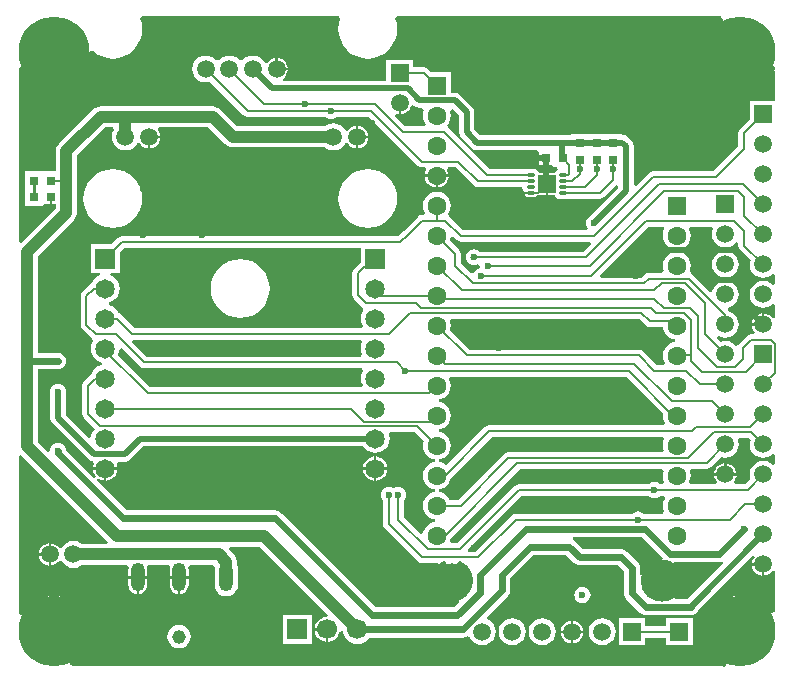
<source format=gtl>
G04 Layer_Physical_Order=1*
G04 Layer_Color=255*
%FSLAX25Y25*%
%MOIN*%
G70*
G01*
G75*
%ADD10C,0.01575*%
%ADD11R,0.02953X0.03150*%
%ADD12O,0.02756X0.01181*%
%ADD13R,0.05906X0.05906*%
%ADD14R,0.03150X0.02953*%
%ADD15C,0.03937*%
%ADD16C,0.00787*%
%ADD17C,0.00800*%
%ADD18C,0.02362*%
%ADD19C,0.01969*%
%ADD20C,0.01000*%
%ADD21C,0.11811*%
%ADD22C,0.06299*%
%ADD23R,0.06299X0.06299*%
%ADD24C,0.05906*%
%ADD25C,0.06500*%
%ADD26R,0.06500X0.06500*%
%ADD27R,0.05906X0.05906*%
%ADD28O,0.04724X0.09449*%
%ADD29C,0.04528*%
%ADD30C,0.23622*%
%ADD31C,0.06693*%
%ADD32R,0.06693X0.06693*%
%ADD33C,0.02362*%
G36*
X236065Y217754D02*
X234698Y216917D01*
X233190Y215629D01*
X231902Y214121D01*
X230866Y212430D01*
X230107Y210598D01*
X229644Y208670D01*
X229520Y207087D01*
X242126D01*
Y206693D01*
X242520D01*
Y194087D01*
X244103Y194211D01*
X246031Y194674D01*
X247863Y195433D01*
X249554Y196469D01*
X251062Y197757D01*
X252350Y199265D01*
X253187Y200631D01*
X253975Y200409D01*
Y190279D01*
X245547D01*
Y184105D01*
X242336Y180893D01*
X241917Y180266D01*
X241770Y179528D01*
Y175209D01*
X233452Y166891D01*
X213386D01*
X212647Y166744D01*
X212020Y166326D01*
X207591Y161897D01*
X206864Y162198D01*
Y175197D01*
X206671Y176166D01*
X206122Y176988D01*
X204842Y178267D01*
X204021Y178816D01*
X203075Y179005D01*
Y179453D01*
X185902D01*
Y179009D01*
X176617D01*
X176063Y179082D01*
X175509Y179009D01*
X155675D01*
X153714Y180970D01*
Y186614D01*
X153521Y187583D01*
X152972Y188405D01*
X149035Y192342D01*
X148213Y192891D01*
X147244Y193084D01*
X145870D01*
Y200098D01*
X139311D01*
X138433Y200976D01*
X137804Y201396D01*
X137063Y201543D01*
X133350D01*
Y204059D01*
X124445D01*
Y197021D01*
X90014D01*
X89854Y197355D01*
X89800Y197809D01*
X90463Y198317D01*
X91062Y199098D01*
X91439Y200008D01*
X91516Y200590D01*
X87795D01*
Y200984D01*
X87401D01*
Y204705D01*
X86819Y204628D01*
X85909Y204251D01*
X85128Y203652D01*
X84712Y203111D01*
X83848Y203141D01*
X83811Y203230D01*
X83097Y204160D01*
X82167Y204874D01*
X81084Y205322D01*
X79921Y205475D01*
X78759Y205322D01*
X77676Y204874D01*
X76745Y204160D01*
X76481Y203815D01*
X75488D01*
X75223Y204160D01*
X74293Y204874D01*
X73210Y205322D01*
X72047Y205475D01*
X70885Y205322D01*
X69802Y204874D01*
X68871Y204160D01*
X68607Y203815D01*
X67614Y203815D01*
X67349Y204160D01*
X66419Y204874D01*
X65336Y205322D01*
X64173Y205475D01*
X63011Y205322D01*
X61928Y204874D01*
X60997Y204160D01*
X60284Y203230D01*
X59835Y202147D01*
X59682Y200984D01*
X59835Y199822D01*
X60284Y198739D01*
X60997Y197809D01*
X61928Y197095D01*
X63011Y196646D01*
X64173Y196493D01*
X65336Y196646D01*
X65650Y196776D01*
X76784Y185643D01*
X77411Y185224D01*
X78150Y185077D01*
X104018D01*
X104553Y184666D01*
X105206Y184396D01*
X105905Y184304D01*
X106605Y184396D01*
X107258Y184666D01*
X107793Y185077D01*
X118492D01*
X134855Y168713D01*
X135482Y168295D01*
X136221Y168148D01*
X137439D01*
X137541Y167940D01*
X137751Y167360D01*
X137385Y166477D01*
X137301Y165843D01*
X141220D01*
X145140D01*
X145056Y166477D01*
X144690Y167360D01*
X144899Y167940D01*
X145002Y168148D01*
X147625D01*
X153556Y162217D01*
X154182Y161799D01*
X154921Y161652D01*
X169688D01*
X169719Y161614D01*
X169881Y160799D01*
X170343Y160107D01*
X170515Y159993D01*
X170446Y159646D01*
X170552Y159108D01*
X170857Y158652D01*
X171313Y158348D01*
X171850Y158241D01*
X173425D01*
X173963Y158348D01*
X174419Y158652D01*
X174556Y158858D01*
X177559D01*
Y162598D01*
Y166339D01*
X175400D01*
X175394Y166367D01*
X174932Y167058D01*
X174241Y167520D01*
X173425Y167683D01*
X171850D01*
X171035Y167520D01*
X170977Y167482D01*
X158871D01*
X145066Y181287D01*
X144885Y181407D01*
X144805Y181574D01*
X144733Y182388D01*
X145282Y183104D01*
X145750Y184235D01*
X145910Y185449D01*
X145750Y186663D01*
X146255Y187502D01*
X146670Y187543D01*
X148648Y185565D01*
Y179921D01*
X148841Y178952D01*
X149390Y178130D01*
X152835Y174685D01*
X153657Y174136D01*
X154626Y173943D01*
X174543D01*
X175026Y173706D01*
X175197Y173265D01*
X175197Y173022D01*
Y171653D01*
X177461D01*
Y171260D01*
X177854D01*
Y168898D01*
X179405D01*
X179724Y168898D01*
X180193Y168304D01*
Y168185D01*
X181277D01*
X181481Y167398D01*
X180973Y167058D01*
X180511Y166367D01*
X180505Y166339D01*
X178347D01*
Y162598D01*
Y158858D01*
X180505D01*
X180511Y158830D01*
X180973Y158139D01*
X181665Y157676D01*
X182480Y157514D01*
X184055D01*
X184871Y157676D01*
X184928Y157715D01*
X195669D01*
X196408Y157862D01*
X197035Y158280D01*
X200914Y162160D01*
X201640Y161874D01*
X201715Y161203D01*
X192540Y152027D01*
X192349Y151948D01*
X191789Y151518D01*
X191359Y150958D01*
X191089Y150306D01*
X190997Y149606D01*
X191089Y148906D01*
X191359Y148254D01*
X191559Y147994D01*
X191178Y147206D01*
X150012D01*
X145460Y151759D01*
X145316Y151855D01*
X145099Y152866D01*
X145282Y153104D01*
X145750Y154235D01*
X145910Y155449D01*
X145750Y156663D01*
X145282Y157794D01*
X144537Y158765D01*
X143565Y159510D01*
X142434Y159979D01*
X141220Y160138D01*
X140007Y159979D01*
X138876Y159510D01*
X137904Y158765D01*
X137159Y157794D01*
X136691Y156663D01*
X136531Y155449D01*
X136691Y154235D01*
X137159Y153104D01*
X137215Y153031D01*
X136867Y152324D01*
X136165D01*
X135426Y152178D01*
X134800Y151759D01*
X130126Y147085D01*
X130099Y147067D01*
X128276Y145244D01*
X36220D01*
X35479Y145097D01*
X34851Y144677D01*
X32719Y142545D01*
X25959D01*
Y133045D01*
X28913D01*
X29070Y132258D01*
X28313Y131944D01*
X27321Y131183D01*
X26559Y130191D01*
X26309Y129587D01*
X26269Y129579D01*
X25643Y129160D01*
X23044Y126562D01*
X22626Y125936D01*
X22479Y125197D01*
Y115748D01*
X22626Y115009D01*
X23044Y114383D01*
X26194Y111233D01*
X26308Y111157D01*
X26559Y110191D01*
X26081Y109035D01*
X25918Y107795D01*
X26081Y106555D01*
X26559Y105400D01*
X27321Y104408D01*
X28313Y103646D01*
X29378Y103205D01*
X29469Y102890D01*
Y102701D01*
X29378Y102385D01*
X28313Y101944D01*
X27321Y101183D01*
X26559Y100191D01*
X26200Y99322D01*
X25958Y99161D01*
X23635Y96838D01*
X23216Y96211D01*
X23069Y95472D01*
Y86024D01*
X23216Y85285D01*
X23635Y84658D01*
X27229Y81064D01*
X26559Y80191D01*
X26081Y79035D01*
X25986Y78316D01*
X25155Y78034D01*
X17493Y85695D01*
Y92416D01*
X17573Y92607D01*
X17665Y93307D01*
X17573Y94007D01*
X17303Y94659D01*
X16873Y95219D01*
X16313Y95649D01*
X15661Y95919D01*
X14961Y96011D01*
X14261Y95919D01*
X13609Y95649D01*
X13048Y95219D01*
X12619Y94659D01*
X12348Y94007D01*
X12256Y93307D01*
X12348Y92607D01*
X12428Y92416D01*
Y84646D01*
X12620Y83676D01*
X13170Y82855D01*
X25195Y70829D01*
X26017Y70280D01*
X26505Y70183D01*
X26967Y69368D01*
X26965Y69308D01*
X26775Y68849D01*
X26688Y68189D01*
X30709D01*
X34729D01*
X34642Y68849D01*
X34455Y69300D01*
X34982Y70087D01*
X37187D01*
X38156Y70280D01*
X38978Y70829D01*
X43411Y75262D01*
X116665D01*
X117321Y74408D01*
X118313Y73646D01*
X119469Y73168D01*
X120709Y73004D01*
X121949Y73168D01*
X123104Y73646D01*
X124096Y74408D01*
X124858Y75400D01*
X125336Y76555D01*
X125500Y77795D01*
X125336Y79035D01*
X125167Y79444D01*
X125604Y80099D01*
X133840D01*
X136862Y77077D01*
X136691Y76663D01*
X136531Y75449D01*
X136691Y74235D01*
X137159Y73104D01*
X137904Y72133D01*
X138876Y71387D01*
X140007Y70919D01*
X140561Y70846D01*
Y70052D01*
X140007Y69979D01*
X138876Y69510D01*
X137904Y68765D01*
X137159Y67794D01*
X136691Y66663D01*
X136531Y65449D01*
X136691Y64235D01*
X137159Y63104D01*
X137904Y62133D01*
X138876Y61387D01*
X140007Y60919D01*
X140561Y60846D01*
Y60052D01*
X140007Y59979D01*
X138876Y59510D01*
X137904Y58765D01*
X137159Y57794D01*
X136691Y56663D01*
X136531Y55449D01*
X136691Y54235D01*
X137159Y53104D01*
X137904Y52133D01*
X138876Y51387D01*
X140007Y50919D01*
X140561Y50846D01*
Y50052D01*
X140007Y49979D01*
X138876Y49510D01*
X137904Y48765D01*
X137159Y47794D01*
X136691Y46663D01*
X136647Y46331D01*
X135816Y46049D01*
X130277Y51587D01*
Y57167D01*
X130688Y57703D01*
X130959Y58355D01*
X131051Y59055D01*
X130959Y59755D01*
X130688Y60407D01*
X130259Y60967D01*
X129699Y61397D01*
X129046Y61667D01*
X128347Y61759D01*
X127647Y61667D01*
X126994Y61397D01*
X126772Y61226D01*
X126549Y61397D01*
X125897Y61667D01*
X125197Y61759D01*
X124497Y61667D01*
X123845Y61397D01*
X123285Y60967D01*
X122855Y60407D01*
X122585Y59755D01*
X122493Y59055D01*
X122585Y58355D01*
X122855Y57703D01*
X123266Y57167D01*
Y49213D01*
X123413Y48474D01*
X123832Y47847D01*
X134855Y36824D01*
X135482Y36405D01*
X136221Y36258D01*
X141506D01*
X141788Y35471D01*
X141463Y35204D01*
X140627Y34185D01*
X140006Y33022D01*
X139623Y31761D01*
X139532Y30843D01*
X146219D01*
Y30449D01*
X146613D01*
Y23762D01*
X147531Y23853D01*
X148274Y24078D01*
X148691Y23382D01*
X146911Y21602D01*
X120805D01*
X89314Y53093D01*
X88754Y53523D01*
X88102Y53793D01*
X87752Y53839D01*
X87402Y53885D01*
X87401Y53885D01*
X37829D01*
X27665Y64050D01*
X28185Y64643D01*
X28673Y64269D01*
X29655Y63862D01*
X30315Y63775D01*
Y67402D01*
X26688D01*
X26775Y66741D01*
X27182Y65759D01*
X27556Y65272D01*
X26963Y64751D01*
X17600Y74114D01*
X17573Y74322D01*
X17303Y74974D01*
X16873Y75534D01*
X16313Y75964D01*
X15661Y76234D01*
X14961Y76326D01*
X14261Y76234D01*
X13609Y75964D01*
X13048Y75534D01*
X12619Y74974D01*
X12348Y74322D01*
X12269Y73714D01*
X12034Y73559D01*
X11469Y73400D01*
X8223Y76646D01*
Y100839D01*
X14961D01*
X15661Y100931D01*
X16313Y101201D01*
X16873Y101631D01*
X17303Y102191D01*
X17573Y102843D01*
X17665Y103543D01*
X17573Y104243D01*
X17303Y104895D01*
X16873Y105456D01*
X16313Y105885D01*
X15661Y106155D01*
X14961Y106248D01*
X8223D01*
Y138512D01*
X20190Y150479D01*
X20746Y151204D01*
X21096Y152047D01*
X21155Y152500D01*
X21215Y152953D01*
Y163386D01*
Y172173D01*
X30583Y181541D01*
X33248D01*
X33636Y180754D01*
X33512Y180592D01*
X33063Y179509D01*
X32910Y178347D01*
X33063Y177184D01*
X33512Y176101D01*
X34226Y175171D01*
X35156Y174457D01*
X36239Y174008D01*
X37402Y173855D01*
X38564Y174008D01*
X39647Y174457D01*
X40577Y175171D01*
X41291Y176101D01*
X41328Y176190D01*
X42193Y176220D01*
X42608Y175679D01*
X43389Y175079D01*
X44299Y174703D01*
X44882Y174626D01*
Y178346D01*
X45276D01*
Y178740D01*
X48996D01*
X48919Y179323D01*
X48543Y180233D01*
X48143Y180754D01*
X48485Y181541D01*
X65086D01*
X70164Y176463D01*
X70755Y175873D01*
X71479Y175317D01*
X72323Y174967D01*
X73228Y174848D01*
X103938D01*
X104447Y174457D01*
X105531Y174008D01*
X106693Y173855D01*
X107855Y174008D01*
X108939Y174457D01*
X109869Y175171D01*
X110582Y176101D01*
X110619Y176190D01*
X111484Y176220D01*
X111899Y175679D01*
X112681Y175079D01*
X113591Y174703D01*
X114173Y174626D01*
Y178346D01*
Y182067D01*
X113591Y181990D01*
X112681Y181614D01*
X111899Y181014D01*
X111484Y180473D01*
X110619Y180503D01*
X110582Y180592D01*
X109869Y181522D01*
X108939Y182236D01*
X107855Y182685D01*
X106693Y182838D01*
X105531Y182685D01*
X104447Y182236D01*
X103938Y181845D01*
X74677D01*
X69009Y187513D01*
X68285Y188069D01*
X67441Y188419D01*
X66535Y188538D01*
X29134D01*
X28228Y188419D01*
X27385Y188069D01*
X26660Y187513D01*
X15243Y176096D01*
X14687Y175371D01*
X14337Y174528D01*
X14218Y173622D01*
Y166854D01*
X4012D01*
Y160705D01*
Y155193D01*
X9965D01*
Y155312D01*
X10433Y155905D01*
X12303D01*
Y158268D01*
X13091D01*
Y155905D01*
X14218D01*
Y154402D01*
X2718Y142902D01*
X1931Y143228D01*
Y200409D01*
X2718Y200631D01*
X3556Y199265D01*
X4843Y197757D01*
X6352Y196469D01*
X8042Y195433D01*
X9874Y194674D01*
X11803Y194211D01*
X13386Y194087D01*
Y206693D01*
X14173D01*
Y194087D01*
X15756Y194211D01*
X17685Y194674D01*
X19517Y195433D01*
X21208Y196469D01*
X22715Y197757D01*
X24003Y199265D01*
X25039Y200956D01*
X25798Y202788D01*
X26261Y204716D01*
X26381Y206240D01*
X27198Y206588D01*
X27756Y206131D01*
X29453Y205223D01*
X31294Y204665D01*
X33209Y204476D01*
X35124Y204665D01*
X36965Y205223D01*
X38662Y206131D01*
X40149Y207351D01*
X41370Y208838D01*
X42276Y210535D01*
X42835Y212376D01*
X43024Y214291D01*
X42835Y216206D01*
X42365Y217754D01*
X42812Y218542D01*
X108605D01*
X109052Y217754D01*
X108582Y216206D01*
X108394Y214291D01*
X108582Y212376D01*
X109141Y210535D01*
X110048Y208838D01*
X111268Y207351D01*
X112756Y206131D01*
X114453Y205223D01*
X116294Y204665D01*
X118209Y204476D01*
X120124Y204665D01*
X121965Y205223D01*
X123662Y206131D01*
X125149Y207351D01*
X126370Y208838D01*
X127277Y210535D01*
X127835Y212376D01*
X128024Y214291D01*
X127835Y216206D01*
X127365Y217754D01*
X127812Y218542D01*
X235842D01*
X236065Y217754D01*
D02*
G37*
G36*
X129291Y185886D02*
X129874Y185962D01*
X130784Y186339D01*
X131565Y186939D01*
X132165Y187720D01*
X132542Y188630D01*
X132555Y188733D01*
X133387Y189016D01*
X133642Y188760D01*
X134464Y188211D01*
X135433Y188018D01*
X136400D01*
X136926Y187231D01*
X136691Y186663D01*
X136531Y185449D01*
X136691Y184235D01*
X137159Y183104D01*
X137515Y182640D01*
X137127Y181852D01*
X130721D01*
X127139Y185434D01*
X127585Y186102D01*
X127921Y185962D01*
X128504Y185886D01*
Y189606D01*
X129291D01*
Y185886D01*
D02*
G37*
G36*
X147847Y143910D02*
X148474Y143492D01*
X149213Y143345D01*
X192341D01*
X192643Y142617D01*
X190145Y140120D01*
X155431D01*
X154895Y140531D01*
X154243Y140801D01*
X153543Y140893D01*
X152843Y140801D01*
X152191Y140531D01*
X151631Y140101D01*
X151201Y139541D01*
X150931Y138889D01*
X150866Y138397D01*
X150825Y138189D01*
X150866Y137981D01*
X150931Y137489D01*
X151201Y136837D01*
X151631Y136277D01*
X152191Y135847D01*
X152843Y135577D01*
X153543Y135485D01*
X154243Y135577D01*
X154820Y135816D01*
X155223Y135643D01*
X155470Y135452D01*
X155473Y134646D01*
X154944Y134394D01*
X154553Y134232D01*
X153993Y133802D01*
X153564Y133242D01*
X153480Y133041D01*
X152566Y132842D01*
X149175Y136233D01*
Y139425D01*
X149028Y140164D01*
X148609Y140790D01*
X145579Y143821D01*
X145750Y144235D01*
X145827Y144817D01*
X146658Y145099D01*
X147847Y143910D01*
D02*
G37*
G36*
X217110Y147676D02*
X216690Y146663D01*
X216531Y145449D01*
X216690Y144235D01*
X217159Y143104D01*
X217904Y142133D01*
X218876Y141387D01*
X220007Y140919D01*
X220561Y140846D01*
Y140052D01*
X220007Y139979D01*
X218876Y139510D01*
X217904Y138765D01*
X217159Y137794D01*
X216690Y136663D01*
X216531Y135449D01*
X216690Y134235D01*
X216862Y133821D01*
X216336Y133033D01*
X211811D01*
X211072Y132886D01*
X210446Y132468D01*
X209436Y131458D01*
X195848D01*
X195546Y132186D01*
X211823Y148463D01*
X216799D01*
X217110Y147676D01*
D02*
G37*
G36*
X233348Y147676D02*
X233063Y146989D01*
X232910Y145827D01*
X233063Y144664D01*
X233512Y143581D01*
X234226Y142651D01*
X235156Y141937D01*
X236239Y141489D01*
X237402Y141336D01*
X238564Y141489D01*
X239647Y141937D01*
X240577Y142651D01*
X240983Y143179D01*
X241770Y142912D01*
Y142126D01*
X241917Y141387D01*
X242336Y140761D01*
X245792Y137304D01*
X245662Y136989D01*
X245509Y135827D01*
X245662Y134664D01*
X246111Y133581D01*
X246824Y132651D01*
X247754Y131937D01*
X248838Y131489D01*
X250000Y131336D01*
X251162Y131489D01*
X252246Y131937D01*
X253176Y132651D01*
X253187Y132666D01*
X253975Y132399D01*
Y129255D01*
X253187Y128987D01*
X253176Y129002D01*
X252246Y129716D01*
X251162Y130165D01*
X250000Y130318D01*
X248838Y130165D01*
X247754Y129716D01*
X246824Y129002D01*
X246111Y128072D01*
X245662Y126989D01*
X245509Y125827D01*
X245662Y124664D01*
X246111Y123581D01*
X246824Y122651D01*
X247754Y121937D01*
X248838Y121489D01*
X250000Y121336D01*
X251162Y121489D01*
X252246Y121937D01*
X253176Y122651D01*
X253187Y122666D01*
X253975Y122399D01*
Y118034D01*
X253565Y117848D01*
X253187Y117817D01*
X252667Y118494D01*
X251886Y119094D01*
X250976Y119471D01*
X250394Y119547D01*
Y115827D01*
X250000D01*
Y115433D01*
X246279D01*
X246356Y114850D01*
X246733Y113941D01*
X247188Y113348D01*
X246914Y112561D01*
X246063D01*
X245324Y112414D01*
X244698Y111995D01*
X241942Y109239D01*
X241684Y108854D01*
X240940Y108733D01*
X240754Y108772D01*
X240577Y109002D01*
X239647Y109716D01*
X238564Y110165D01*
X237402Y110318D01*
X236239Y110165D01*
X235924Y110035D01*
X234546Y111413D01*
X235067Y112006D01*
X235156Y111937D01*
X236239Y111489D01*
X237402Y111336D01*
X238564Y111489D01*
X239647Y111937D01*
X240577Y112651D01*
X241291Y113581D01*
X241740Y114664D01*
X241893Y115827D01*
X241740Y116989D01*
X241291Y118072D01*
X240577Y119002D01*
X239647Y119716D01*
X238935Y120011D01*
X238767Y120263D01*
X238290Y120740D01*
X238366Y120966D01*
X238628Y121515D01*
X239647Y121937D01*
X240577Y122651D01*
X241291Y123581D01*
X241740Y124664D01*
X241893Y125827D01*
X241740Y126989D01*
X241291Y128072D01*
X240577Y129002D01*
X239647Y129716D01*
X238564Y130165D01*
X237402Y130318D01*
X236239Y130165D01*
X235156Y129716D01*
X234226Y129002D01*
X233512Y128072D01*
X233090Y127053D01*
X232540Y126791D01*
X232315Y126715D01*
X226562Y132468D01*
X225936Y132886D01*
X225556Y133765D01*
X225750Y134235D01*
X225910Y135449D01*
X225750Y136663D01*
X225282Y137794D01*
X224537Y138765D01*
X223565Y139510D01*
X222434Y139979D01*
X221880Y140052D01*
Y140846D01*
X222434Y140919D01*
X223565Y141387D01*
X224537Y142133D01*
X225282Y143104D01*
X225750Y144235D01*
X225910Y145449D01*
X225750Y146663D01*
X225331Y147676D01*
X225641Y148463D01*
X232874D01*
X233348Y147676D01*
D02*
G37*
G36*
X115959Y136563D02*
X113595Y134200D01*
X113177Y133573D01*
X113030Y132835D01*
Y125591D01*
X113177Y124852D01*
X113595Y124225D01*
X116351Y121469D01*
X116481Y121382D01*
X116694Y120366D01*
X116560Y120191D01*
X116081Y119035D01*
X115918Y117795D01*
X116081Y116555D01*
X116560Y115400D01*
X116681Y115242D01*
X116332Y114536D01*
X40566D01*
X35937Y119165D01*
X35308Y119585D01*
X35091Y119628D01*
X34858Y120191D01*
X34096Y121183D01*
X33104Y121944D01*
X32040Y122385D01*
X31949Y122701D01*
Y122889D01*
X32040Y123205D01*
X33104Y123646D01*
X34096Y124407D01*
X34858Y125400D01*
X35336Y126555D01*
X35500Y127795D01*
X35336Y129035D01*
X34858Y130191D01*
X34096Y131183D01*
X33104Y131944D01*
X32347Y132258D01*
X32504Y133045D01*
X35459D01*
Y139806D01*
X37023Y141370D01*
X115959D01*
Y136563D01*
D02*
G37*
G36*
X116428Y109874D02*
X116081Y109035D01*
X115918Y107795D01*
X116081Y106555D01*
X116363Y105874D01*
X115844Y105087D01*
X44503D01*
X39686Y109904D01*
X39687Y109917D01*
X40042Y110661D01*
X116001D01*
X116428Y109874D01*
D02*
G37*
G36*
X210835Y115559D02*
X211463Y115139D01*
X212205Y114992D01*
X216591D01*
X216690Y114235D01*
X217159Y113104D01*
X217904Y112133D01*
X218876Y111387D01*
X220007Y110919D01*
X220561Y110846D01*
Y110052D01*
X220007Y109979D01*
X218876Y109510D01*
X217904Y108765D01*
X217159Y107794D01*
X216690Y106663D01*
X216531Y105449D01*
X216690Y104235D01*
X217159Y103104D01*
X217215Y103031D01*
X216867Y102324D01*
X214579D01*
X210027Y106877D01*
X209400Y107296D01*
X208661Y107443D01*
X151957D01*
X145579Y113821D01*
X145750Y114235D01*
X145910Y115449D01*
X145750Y116663D01*
X145572Y117093D01*
X146010Y117748D01*
X208646D01*
X210835Y115559D01*
D02*
G37*
G36*
X42331Y101780D02*
X42959Y101360D01*
X43701Y101212D01*
X116351D01*
X116739Y100425D01*
X116560Y100191D01*
X116081Y99035D01*
X115918Y97795D01*
X116081Y96555D01*
X116463Y95632D01*
X116086Y94844D01*
X45603D01*
X34913Y105534D01*
X35336Y106555D01*
X35465Y107532D01*
X36230Y107881D01*
X42331Y101780D01*
D02*
G37*
G36*
X245792Y77304D02*
X245662Y76989D01*
X245509Y75827D01*
X245662Y74664D01*
X246111Y73581D01*
X246824Y72651D01*
X247754Y71937D01*
X248838Y71489D01*
X250000Y71336D01*
X251162Y71489D01*
X252246Y71937D01*
X253176Y72651D01*
X253187Y72666D01*
X253975Y72399D01*
Y69255D01*
X253187Y68987D01*
X253176Y69002D01*
X252246Y69716D01*
X251162Y70165D01*
X250000Y70318D01*
X248838Y70165D01*
X247754Y69716D01*
X246824Y69002D01*
X246111Y68072D01*
X245662Y66989D01*
X245509Y65827D01*
X245662Y64664D01*
X245792Y64350D01*
X244003Y62561D01*
X240487D01*
X240214Y63348D01*
X240669Y63941D01*
X241045Y64850D01*
X241122Y65433D01*
X237402D01*
X233681D01*
X233758Y64850D01*
X234135Y63941D01*
X234589Y63348D01*
X234316Y62561D01*
X225767D01*
X225383Y63348D01*
X225750Y64235D01*
X225910Y65449D01*
X225750Y66663D01*
X225569Y67099D01*
X226007Y67754D01*
X231260D01*
X231999Y67901D01*
X232625Y68320D01*
X235924Y71619D01*
X236239Y71489D01*
X237402Y71336D01*
X238564Y71489D01*
X239647Y71937D01*
X240577Y72651D01*
X241291Y73581D01*
X241740Y74664D01*
X241893Y75827D01*
X241740Y76989D01*
X241596Y77336D01*
X242034Y77991D01*
X245106D01*
X245792Y77304D01*
D02*
G37*
G36*
X216625Y86163D02*
X216531Y85449D01*
X216690Y84235D01*
X217159Y83104D01*
X217276Y82952D01*
X216927Y82246D01*
X158661D01*
X157922Y82099D01*
X157296Y81680D01*
X144448Y68833D01*
X143565Y69510D01*
X142434Y69979D01*
X141880Y70052D01*
Y70846D01*
X142434Y70919D01*
X143565Y71387D01*
X144537Y72133D01*
X145282Y73104D01*
X145750Y74235D01*
X145910Y75449D01*
X145750Y76663D01*
X145282Y77794D01*
X144537Y78765D01*
X143565Y79510D01*
X142434Y79979D01*
X141880Y80052D01*
Y80846D01*
X142434Y80919D01*
X143565Y81387D01*
X144537Y82133D01*
X145282Y83104D01*
X145750Y84235D01*
X145910Y85449D01*
X145750Y86663D01*
X145282Y87794D01*
X144537Y88765D01*
X143565Y89510D01*
X142434Y89979D01*
X141880Y90052D01*
Y90846D01*
X142434Y90919D01*
X143565Y91387D01*
X144537Y92133D01*
X145282Y93104D01*
X145750Y94235D01*
X145910Y95449D01*
X145750Y96663D01*
X145334Y97669D01*
X145648Y98457D01*
X204331D01*
X216625Y86163D01*
D02*
G37*
G36*
X216872Y67099D02*
X216690Y66663D01*
X216531Y65449D01*
X216690Y64235D01*
X217058Y63348D01*
X216673Y62561D01*
X215668D01*
X215132Y62972D01*
X214479Y63242D01*
X213779Y63334D01*
X213080Y63242D01*
X212427Y62972D01*
X211892Y62561D01*
X168504D01*
X167765Y62414D01*
X167139Y61995D01*
X148019Y42876D01*
X146040D01*
X145513Y43663D01*
X145750Y44235D01*
X145805Y44649D01*
X168910Y67754D01*
X216434D01*
X216872Y67099D01*
D02*
G37*
G36*
X217312Y57993D02*
X217159Y57794D01*
X216690Y56663D01*
X216531Y55449D01*
X216690Y54235D01*
X216993Y53506D01*
X216516Y52718D01*
X210156D01*
X209620Y53129D01*
X208968Y53399D01*
X208268Y53492D01*
X207568Y53399D01*
X206916Y53129D01*
X206380Y52718D01*
X167717D01*
X166978Y52571D01*
X166351Y52153D01*
X154318Y40120D01*
X151753D01*
X151452Y40847D01*
X169304Y58699D01*
X211892D01*
X212427Y58288D01*
X213080Y58018D01*
X213779Y57926D01*
X214479Y58018D01*
X215132Y58288D01*
X215668Y58699D01*
X216964D01*
X217312Y57993D01*
D02*
G37*
G36*
X217077Y77597D02*
X216690Y76663D01*
X216531Y75449D01*
X216690Y74235D01*
X216829Y73901D01*
X216392Y73246D01*
X165016D01*
X164277Y73099D01*
X163651Y72680D01*
X148350Y57380D01*
X145453D01*
X145282Y57794D01*
X144537Y58765D01*
X143565Y59510D01*
X142434Y59979D01*
X141880Y60052D01*
Y60846D01*
X142434Y60919D01*
X143565Y61387D01*
X144537Y62133D01*
X145282Y63104D01*
X145750Y64235D01*
X145817Y64740D01*
X159461Y78384D01*
X216721D01*
X217077Y77597D01*
D02*
G37*
G36*
X31538Y43435D02*
X31212Y42648D01*
X22834D01*
X22324Y43039D01*
X21241Y43488D01*
X20079Y43641D01*
X18916Y43488D01*
X17833Y43039D01*
X16903Y42325D01*
X16189Y41395D01*
X16152Y41306D01*
X15288Y41276D01*
X14872Y41817D01*
X14091Y42417D01*
X13181Y42794D01*
X12598Y42870D01*
Y39150D01*
Y35429D01*
X13181Y35506D01*
X14091Y35883D01*
X14872Y36482D01*
X15288Y37023D01*
X16152Y36993D01*
X16189Y36904D01*
X16903Y35974D01*
X17833Y35260D01*
X18916Y34811D01*
X20079Y34658D01*
X21241Y34811D01*
X22324Y35260D01*
X22834Y35651D01*
X38017D01*
X38543Y34864D01*
X38467Y34681D01*
X38359Y33858D01*
Y31890D01*
X41535D01*
X44712D01*
Y33858D01*
X44604Y34681D01*
X44528Y34864D01*
X45054Y35651D01*
X51796D01*
X52322Y34864D01*
X52246Y34681D01*
X52138Y33858D01*
Y31890D01*
X55315D01*
X58492D01*
Y33858D01*
X58384Y34681D01*
X58308Y34864D01*
X58834Y35651D01*
X66773D01*
X67304Y34876D01*
X67300Y34866D01*
X67167Y33858D01*
Y29134D01*
X67300Y28126D01*
X67689Y27186D01*
X68308Y26379D01*
X69115Y25760D01*
X70055Y25371D01*
X71063Y25238D01*
X72071Y25371D01*
X73011Y25760D01*
X73817Y26379D01*
X74437Y27186D01*
X74826Y28126D01*
X74958Y29134D01*
Y33858D01*
X74826Y34866D01*
X74561Y35505D01*
Y36811D01*
X74502Y37264D01*
X74442Y37716D01*
X74297Y38066D01*
X74093Y38560D01*
X73537Y39285D01*
X71832Y40990D01*
X72158Y41777D01*
X82173D01*
X104902Y19048D01*
X104521Y18316D01*
X103645Y18201D01*
X102640Y17784D01*
X101776Y17121D01*
X101113Y16258D01*
X100697Y15252D01*
X100607Y14567D01*
X104724D01*
Y14173D01*
X105118D01*
Y10056D01*
X105804Y10146D01*
X106809Y10562D01*
X107673Y11225D01*
X108335Y12088D01*
X108752Y13094D01*
X108785Y13350D01*
X109636Y13776D01*
X109908Y13624D01*
X110003Y12908D01*
X110491Y11729D01*
X111268Y10717D01*
X112280Y9940D01*
X113459Y9452D01*
X114724Y9285D01*
X115990Y9452D01*
X117168Y9940D01*
X118181Y10717D01*
X118758Y11469D01*
X150000D01*
X150000Y11469D01*
X150350Y11515D01*
X150700Y11561D01*
X151283Y11803D01*
X151385Y11820D01*
X152249Y11527D01*
X152410Y11140D01*
X153123Y10210D01*
X154054Y9496D01*
X155137Y9048D01*
X156299Y8895D01*
X157462Y9048D01*
X158545Y9496D01*
X159475Y10210D01*
X160189Y11140D01*
X160637Y12223D01*
X160790Y13386D01*
X160637Y14548D01*
X160189Y15631D01*
X159475Y16562D01*
X158545Y17275D01*
X158188Y17423D01*
X158003Y18352D01*
X164904Y25253D01*
X164904Y25253D01*
X165334Y25813D01*
X165604Y26465D01*
X165696Y27165D01*
X165696Y27165D01*
Y31163D01*
X173561Y39028D01*
X184313D01*
X187064Y36277D01*
X187064Y36277D01*
X187624Y35847D01*
X188277Y35577D01*
X188976Y35485D01*
X201636D01*
X203595Y33525D01*
Y26378D01*
X203595Y26378D01*
X203641Y26028D01*
X203687Y25678D01*
X203957Y25026D01*
X204387Y24466D01*
X209111Y19741D01*
X209671Y19312D01*
X210324Y19041D01*
X211024Y18949D01*
X211024Y18949D01*
X225827D01*
X226527Y19041D01*
X227179Y19312D01*
X227739Y19741D01*
X228169Y20301D01*
X228248Y20493D01*
X246638Y38883D01*
X247231Y38363D01*
X246733Y37713D01*
X246356Y36803D01*
X246279Y36220D01*
X250000D01*
Y35827D01*
X250394D01*
Y32106D01*
X250976Y32183D01*
X251886Y32560D01*
X252667Y33159D01*
X253187Y33837D01*
X253565Y33805D01*
X253975Y33619D01*
Y20063D01*
X253187Y19841D01*
X252350Y21208D01*
X251062Y22715D01*
X249554Y24003D01*
X247863Y25039D01*
X246031Y25798D01*
X244103Y26261D01*
X242520Y26386D01*
Y13780D01*
X242126D01*
Y13386D01*
X229520D01*
X229644Y11803D01*
X230107Y9874D01*
X230866Y8042D01*
X231902Y6352D01*
X233190Y4843D01*
X234698Y3556D01*
X236065Y2718D01*
X235842Y1931D01*
X20063D01*
X19841Y2718D01*
X21208Y3556D01*
X22715Y4843D01*
X24003Y6352D01*
X25039Y8042D01*
X25798Y9874D01*
X26261Y11803D01*
X26386Y13386D01*
X13780D01*
Y13780D01*
X13386D01*
Y26386D01*
X11803Y26261D01*
X9874Y25798D01*
X8042Y25039D01*
X6352Y24003D01*
X4843Y22715D01*
X3556Y21208D01*
X2718Y19841D01*
X1931Y20063D01*
Y71929D01*
X2718Y72255D01*
X31538Y43435D01*
D02*
G37*
G36*
X236754Y36163D02*
X224949Y24358D01*
X220588D01*
X220306Y25145D01*
X220974Y25693D01*
X221811Y26712D01*
X222432Y27875D01*
X222815Y29137D01*
X222905Y30055D01*
X216219D01*
Y30843D01*
X222905D01*
X222815Y31761D01*
X222432Y33022D01*
X221811Y34185D01*
X220974Y35204D01*
X220153Y35878D01*
X220400Y36666D01*
X235433D01*
X235433Y36666D01*
X235783Y36712D01*
X236133Y36758D01*
X236308Y36830D01*
X236754Y36163D01*
D02*
G37*
G36*
X216506Y37937D02*
X216274Y37321D01*
X216161Y37168D01*
X214907Y37045D01*
X213645Y36662D01*
X212483Y36041D01*
X211463Y35204D01*
X210627Y34185D01*
X210005Y33022D01*
X209791Y32315D01*
X209003Y32432D01*
Y34646D01*
X209003Y34646D01*
X208911Y35346D01*
X208641Y35998D01*
X208211Y36558D01*
X208211Y36558D01*
X204668Y40101D01*
X204108Y40531D01*
X203456Y40801D01*
X203106Y40847D01*
X202756Y40893D01*
X202756Y40893D01*
X190096D01*
X187345Y43644D01*
X186785Y44074D01*
X186611Y44146D01*
X186768Y44934D01*
X209510D01*
X216506Y37937D01*
D02*
G37*
%LPC*%
G36*
X216613Y217134D02*
Y210842D01*
X222905D01*
X222815Y211760D01*
X222432Y213022D01*
X221811Y214184D01*
X220974Y215203D01*
X219955Y216040D01*
X218793Y216661D01*
X217531Y217044D01*
X216613Y217134D01*
D02*
G37*
G36*
X146613D02*
Y210842D01*
X152905D01*
X152815Y211760D01*
X152432Y213022D01*
X151811Y214184D01*
X150974Y215203D01*
X149955Y216040D01*
X148793Y216661D01*
X147531Y217044D01*
X146613Y217134D01*
D02*
G37*
G36*
X215825D02*
X214907Y217044D01*
X213645Y216661D01*
X212483Y216040D01*
X211463Y215203D01*
X210627Y214184D01*
X210005Y213022D01*
X209623Y211760D01*
X209532Y210842D01*
X215825D01*
Y217134D01*
D02*
G37*
G36*
X145825D02*
X144907Y217044D01*
X143645Y216661D01*
X142482Y216040D01*
X141463Y215203D01*
X140627Y214184D01*
X140006Y213022D01*
X139623Y211760D01*
X139532Y210842D01*
X145825D01*
Y217134D01*
D02*
G37*
G36*
X222905Y210054D02*
X216613D01*
Y203762D01*
X217531Y203852D01*
X218793Y204235D01*
X219955Y204856D01*
X220974Y205693D01*
X221811Y206712D01*
X222432Y207874D01*
X222815Y209136D01*
X222905Y210054D01*
D02*
G37*
G36*
X152905D02*
X146613D01*
Y203762D01*
X147531Y203852D01*
X148793Y204235D01*
X149955Y204856D01*
X150974Y205693D01*
X151811Y206712D01*
X152432Y207874D01*
X152815Y209136D01*
X152905Y210054D01*
D02*
G37*
G36*
X215825D02*
X209532D01*
X209623Y209136D01*
X210005Y207874D01*
X210627Y206712D01*
X211463Y205693D01*
X212483Y204856D01*
X213645Y204235D01*
X214907Y203852D01*
X215825Y203762D01*
Y210054D01*
D02*
G37*
G36*
X145825D02*
X139532D01*
X139623Y209136D01*
X140006Y207874D01*
X140627Y206712D01*
X141463Y205693D01*
X142482Y204856D01*
X143645Y204235D01*
X144907Y203852D01*
X145825Y203762D01*
Y210054D01*
D02*
G37*
G36*
X88189Y204705D02*
Y201378D01*
X91516D01*
X91439Y201961D01*
X91062Y202870D01*
X90463Y203652D01*
X89682Y204251D01*
X88772Y204628D01*
X88189Y204705D01*
D02*
G37*
G36*
X241732Y206299D02*
X229520D01*
X229644Y204716D01*
X230107Y202788D01*
X230866Y200956D01*
X231902Y199265D01*
X233190Y197757D01*
X234698Y196469D01*
X236389Y195433D01*
X238221Y194674D01*
X240149Y194211D01*
X241732Y194087D01*
Y206299D01*
D02*
G37*
G36*
X114961Y182067D02*
Y178740D01*
X118288D01*
X118211Y179323D01*
X117834Y180233D01*
X117234Y181014D01*
X116453Y181614D01*
X115543Y181990D01*
X114961Y182067D01*
D02*
G37*
G36*
X118288Y177953D02*
X114961D01*
Y174626D01*
X115543Y174703D01*
X116453Y175079D01*
X117234Y175679D01*
X117834Y176460D01*
X118211Y177370D01*
X118288Y177953D01*
D02*
G37*
G36*
X48996Y177953D02*
X45669D01*
Y174626D01*
X46252Y174703D01*
X47162Y175079D01*
X47943Y175679D01*
X48543Y176460D01*
X48919Y177370D01*
X48996Y177953D01*
D02*
G37*
G36*
X177067Y170866D02*
X175197D01*
Y168898D01*
X177067D01*
Y170866D01*
D02*
G37*
G36*
X140827Y165055D02*
X137301D01*
X137385Y164421D01*
X137782Y163463D01*
X138413Y162641D01*
X139235Y162010D01*
X140193Y161613D01*
X140827Y161530D01*
Y165055D01*
D02*
G37*
G36*
X145140D02*
X141614D01*
Y161530D01*
X142248Y161613D01*
X143206Y162010D01*
X144028Y162641D01*
X144659Y163463D01*
X145056Y164421D01*
X145140Y165055D01*
D02*
G37*
G36*
X118209Y167610D02*
X116294Y167422D01*
X114453Y166863D01*
X112756Y165956D01*
X111268Y164735D01*
X110048Y163248D01*
X109141Y161551D01*
X108582Y159710D01*
X108394Y157795D01*
X108582Y155880D01*
X109141Y154039D01*
X110048Y152342D01*
X111268Y150855D01*
X112756Y149634D01*
X114453Y148727D01*
X116294Y148169D01*
X118209Y147980D01*
X120124Y148169D01*
X121965Y148727D01*
X123662Y149634D01*
X125149Y150855D01*
X126370Y152342D01*
X127277Y154039D01*
X127835Y155880D01*
X128024Y157795D01*
X127835Y159710D01*
X127277Y161551D01*
X126370Y163248D01*
X125149Y164735D01*
X123662Y165956D01*
X121965Y166863D01*
X120124Y167422D01*
X118209Y167610D01*
D02*
G37*
G36*
X33209D02*
X31294Y167422D01*
X29453Y166863D01*
X27756Y165956D01*
X26268Y164735D01*
X25048Y163248D01*
X24141Y161551D01*
X23582Y159710D01*
X23394Y157795D01*
X23582Y155880D01*
X24141Y154039D01*
X25048Y152342D01*
X26268Y150855D01*
X27756Y149634D01*
X29453Y148727D01*
X31294Y148169D01*
X33209Y147980D01*
X35124Y148169D01*
X36965Y148727D01*
X38662Y149634D01*
X40149Y150855D01*
X41370Y152342D01*
X42276Y154039D01*
X42835Y155880D01*
X43024Y157795D01*
X42835Y159710D01*
X42276Y161551D01*
X41370Y163248D01*
X40149Y164735D01*
X38662Y165956D01*
X36965Y166863D01*
X35124Y167422D01*
X33209Y167610D01*
D02*
G37*
G36*
X121102Y71816D02*
Y68189D01*
X124729D01*
X124642Y68849D01*
X124235Y69831D01*
X123588Y70675D01*
X122745Y71322D01*
X121763Y71729D01*
X121102Y71816D01*
D02*
G37*
G36*
X120315Y71816D02*
X119655Y71729D01*
X118673Y71322D01*
X117829Y70675D01*
X117182Y69831D01*
X116775Y68849D01*
X116688Y68189D01*
X120315D01*
Y71816D01*
D02*
G37*
G36*
X124729Y67402D02*
X121102D01*
Y63775D01*
X121763Y63862D01*
X122745Y64269D01*
X123588Y64916D01*
X124235Y65759D01*
X124642Y66741D01*
X124729Y67402D01*
D02*
G37*
G36*
X34729D02*
X31102D01*
Y63775D01*
X31763Y63862D01*
X32745Y64269D01*
X33588Y64916D01*
X34235Y65759D01*
X34642Y66741D01*
X34729Y67402D01*
D02*
G37*
G36*
X120315D02*
X116688D01*
X116775Y66741D01*
X117182Y65759D01*
X117829Y64916D01*
X118673Y64269D01*
X119655Y63862D01*
X120315Y63775D01*
Y67402D01*
D02*
G37*
G36*
X145825Y30055D02*
X139532D01*
X139623Y29137D01*
X140006Y27875D01*
X140627Y26712D01*
X141463Y25693D01*
X142482Y24857D01*
X143645Y24236D01*
X144907Y23853D01*
X145825Y23762D01*
Y30055D01*
D02*
G37*
G36*
X237402Y140318D02*
X236239Y140165D01*
X235156Y139716D01*
X234226Y139003D01*
X233512Y138072D01*
X233063Y136989D01*
X232910Y135827D01*
X233063Y134664D01*
X233512Y133581D01*
X234226Y132651D01*
X235156Y131937D01*
X236239Y131489D01*
X237402Y131336D01*
X238564Y131489D01*
X239647Y131937D01*
X240577Y132651D01*
X241291Y133581D01*
X241740Y134664D01*
X241893Y135827D01*
X241740Y136989D01*
X241291Y138072D01*
X240577Y139003D01*
X239647Y139716D01*
X238564Y140165D01*
X237402Y140318D01*
D02*
G37*
G36*
X249606Y119547D02*
X249024Y119471D01*
X248114Y119094D01*
X247333Y118494D01*
X246733Y117713D01*
X246356Y116803D01*
X246279Y116220D01*
X249606D01*
Y119547D01*
D02*
G37*
G36*
X75709Y137610D02*
X73794Y137422D01*
X71953Y136863D01*
X70256Y135956D01*
X68768Y134736D01*
X67548Y133248D01*
X66641Y131551D01*
X66082Y129710D01*
X65894Y127795D01*
X66082Y125881D01*
X66641Y124039D01*
X67548Y122342D01*
X68768Y120855D01*
X70256Y119634D01*
X71953Y118727D01*
X73794Y118169D01*
X75709Y117980D01*
X77623Y118169D01*
X79465Y118727D01*
X81162Y119634D01*
X82649Y120855D01*
X83869Y122342D01*
X84777Y124039D01*
X85335Y125881D01*
X85524Y127795D01*
X85335Y129710D01*
X84777Y131551D01*
X83869Y133248D01*
X82649Y134736D01*
X81162Y135956D01*
X79465Y136863D01*
X77623Y137422D01*
X75709Y137610D01*
D02*
G37*
G36*
X237795Y69547D02*
Y66220D01*
X241122D01*
X241045Y66803D01*
X240669Y67713D01*
X240069Y68494D01*
X239288Y69094D01*
X238378Y69471D01*
X237795Y69547D01*
D02*
G37*
G36*
X237008D02*
X236425Y69471D01*
X235515Y69094D01*
X234734Y68494D01*
X234135Y67713D01*
X233758Y66803D01*
X233681Y66220D01*
X237008D01*
Y69547D01*
D02*
G37*
G36*
X11811Y42870D02*
X11228Y42794D01*
X10318Y42417D01*
X9537Y41817D01*
X8938Y41036D01*
X8561Y40126D01*
X8484Y39543D01*
X11811D01*
Y42870D01*
D02*
G37*
G36*
Y38756D02*
X8484D01*
X8561Y38173D01*
X8938Y37263D01*
X9537Y36482D01*
X10318Y35883D01*
X11228Y35506D01*
X11811Y35429D01*
Y38756D01*
D02*
G37*
G36*
X249606Y35433D02*
X246279D01*
X246356Y34850D01*
X246733Y33941D01*
X247333Y33159D01*
X248114Y32560D01*
X249024Y32183D01*
X249606Y32106D01*
Y35433D01*
D02*
G37*
G36*
X54921Y31102D02*
X52138D01*
Y29134D01*
X52246Y28312D01*
X52564Y27545D01*
X53069Y26888D01*
X53727Y26383D01*
X54493Y26065D01*
X54921Y26009D01*
Y31102D01*
D02*
G37*
G36*
X41142Y31102D02*
X38359D01*
Y29134D01*
X38467Y28312D01*
X38784Y27545D01*
X39289Y26888D01*
X39947Y26383D01*
X40713Y26065D01*
X41142Y26009D01*
Y31102D01*
D02*
G37*
G36*
X44712D02*
X41929D01*
Y26009D01*
X42358Y26065D01*
X43124Y26383D01*
X43782Y26888D01*
X44287Y27545D01*
X44604Y28312D01*
X44712Y29134D01*
Y31102D01*
D02*
G37*
G36*
X58492Y31102D02*
X55709D01*
Y26009D01*
X56137Y26065D01*
X56903Y26383D01*
X57561Y26888D01*
X58066Y27545D01*
X58384Y28312D01*
X58492Y29134D01*
Y31102D01*
D02*
G37*
G36*
X189764Y28295D02*
X189064Y28203D01*
X188412Y27933D01*
X187852Y27503D01*
X187422Y26943D01*
X187152Y26291D01*
X187059Y25591D01*
X187152Y24891D01*
X187422Y24238D01*
X187852Y23678D01*
X188412Y23249D01*
X189064Y22978D01*
X189764Y22886D01*
X190464Y22978D01*
X191116Y23249D01*
X191676Y23678D01*
X192106Y24238D01*
X192376Y24891D01*
X192468Y25591D01*
X192376Y26291D01*
X192106Y26943D01*
X191676Y27503D01*
X191116Y27933D01*
X190464Y28203D01*
X189764Y28295D01*
D02*
G37*
G36*
X226500Y17839D02*
X217595D01*
Y15317D01*
X210752D01*
Y17839D01*
X201847D01*
Y8933D01*
X210752D01*
Y11455D01*
X217595D01*
Y8933D01*
X226500D01*
Y17839D01*
D02*
G37*
G36*
X241732Y26386D02*
X240149Y26261D01*
X238221Y25798D01*
X236389Y25039D01*
X234698Y24003D01*
X233190Y22715D01*
X231902Y21208D01*
X230866Y19517D01*
X230107Y17685D01*
X229644Y15756D01*
X229520Y14173D01*
X241732D01*
Y26386D01*
D02*
G37*
G36*
X14173D02*
Y14173D01*
X26386D01*
X26261Y15756D01*
X25798Y17685D01*
X25039Y19517D01*
X24003Y21208D01*
X22715Y22715D01*
X21208Y24003D01*
X19517Y25039D01*
X17685Y25798D01*
X15756Y26261D01*
X14173Y26386D01*
D02*
G37*
G36*
X186693Y17106D02*
Y13780D01*
X190020D01*
X189943Y14362D01*
X189566Y15272D01*
X188967Y16053D01*
X188185Y16653D01*
X187276Y17030D01*
X186693Y17106D01*
D02*
G37*
G36*
X185906D02*
X185323Y17030D01*
X184413Y16653D01*
X183632Y16053D01*
X183032Y15272D01*
X182655Y14362D01*
X182579Y13780D01*
X185906D01*
Y17106D01*
D02*
G37*
G36*
X104331Y13780D02*
X100607D01*
X100697Y13094D01*
X101113Y12088D01*
X101776Y11225D01*
X102640Y10562D01*
X103645Y10146D01*
X104331Y10056D01*
Y13780D01*
D02*
G37*
G36*
X190020Y12992D02*
X186693D01*
Y9665D01*
X187276Y9742D01*
X188185Y10119D01*
X188967Y10718D01*
X189566Y11500D01*
X189943Y12410D01*
X190020Y12992D01*
D02*
G37*
G36*
X185906D02*
X182579D01*
X182655Y12410D01*
X183032Y11500D01*
X183632Y10718D01*
X184413Y10119D01*
X185323Y9742D01*
X185906Y9665D01*
Y12992D01*
D02*
G37*
G36*
X99571Y19020D02*
X89878D01*
Y9327D01*
X99571D01*
Y19020D01*
D02*
G37*
G36*
X196299Y17877D02*
X195137Y17724D01*
X194054Y17275D01*
X193123Y16562D01*
X192410Y15631D01*
X191961Y14548D01*
X191808Y13386D01*
X191961Y12223D01*
X192410Y11140D01*
X193123Y10210D01*
X194054Y9496D01*
X195137Y9048D01*
X196299Y8895D01*
X197462Y9048D01*
X198545Y9496D01*
X199475Y10210D01*
X200189Y11140D01*
X200637Y12223D01*
X200790Y13386D01*
X200637Y14548D01*
X200189Y15631D01*
X199475Y16562D01*
X198545Y17275D01*
X197462Y17724D01*
X196299Y17877D01*
D02*
G37*
G36*
X176299D02*
X175137Y17724D01*
X174054Y17275D01*
X173124Y16562D01*
X172410Y15631D01*
X171961Y14548D01*
X171808Y13386D01*
X171961Y12223D01*
X172410Y11140D01*
X173124Y10210D01*
X174054Y9496D01*
X175137Y9048D01*
X176299Y8895D01*
X177462Y9048D01*
X178545Y9496D01*
X179475Y10210D01*
X180189Y11140D01*
X180637Y12223D01*
X180790Y13386D01*
X180637Y14548D01*
X180189Y15631D01*
X179475Y16562D01*
X178545Y17275D01*
X177462Y17724D01*
X176299Y17877D01*
D02*
G37*
G36*
X166299D02*
X165137Y17724D01*
X164054Y17275D01*
X163124Y16562D01*
X162410Y15631D01*
X161961Y14548D01*
X161808Y13386D01*
X161961Y12223D01*
X162410Y11140D01*
X163124Y10210D01*
X164054Y9496D01*
X165137Y9048D01*
X166299Y8895D01*
X167462Y9048D01*
X168545Y9496D01*
X169475Y10210D01*
X170189Y11140D01*
X170637Y12223D01*
X170790Y13386D01*
X170637Y14548D01*
X170189Y15631D01*
X169475Y16562D01*
X168545Y17275D01*
X167462Y17724D01*
X166299Y17877D01*
D02*
G37*
G36*
X55315Y15707D02*
X54307Y15574D01*
X53367Y15185D01*
X52560Y14566D01*
X51941Y13759D01*
X51552Y12819D01*
X51419Y11811D01*
X51552Y10803D01*
X51941Y9863D01*
X52560Y9057D01*
X53367Y8437D01*
X54307Y8048D01*
X55315Y7915D01*
X56323Y8048D01*
X57263Y8437D01*
X58069Y9057D01*
X58689Y9863D01*
X59078Y10803D01*
X59210Y11811D01*
X59078Y12819D01*
X58689Y13759D01*
X58069Y14566D01*
X57263Y15185D01*
X56323Y15574D01*
X55315Y15707D01*
D02*
G37*
%LPD*%
D10*
X222426Y30449D02*
G03*
X222426Y30449I-6207J0D01*
G01*
X143596Y36074D02*
G03*
X148842Y36074I2623J-5626D01*
G01*
X2770Y200984D02*
G03*
X26175Y206306I11010J5709D01*
G01*
X19739Y2904D02*
G03*
X2863Y19665I-5960J10876D01*
G01*
X235760Y217336D02*
G03*
X253193Y201096I6366J-10643D01*
G01*
X252598Y20424D02*
G03*
X236924Y2522I-10472J-6644D01*
G01*
X222426Y210448D02*
G03*
X222415Y210083I-6207J0D01*
G01*
X152426Y210448D02*
G03*
X152415Y210083I-6207J0D01*
G01*
D11*
X6988Y158268D02*
D03*
X12697D02*
D03*
X183169Y171260D02*
D03*
X177461D02*
D03*
X6988Y163779D02*
D03*
X12697D02*
D03*
D12*
X172638Y163583D02*
D03*
Y165551D02*
D03*
Y161614D02*
D03*
Y159646D02*
D03*
X183268D02*
D03*
Y161614D02*
D03*
Y163583D02*
D03*
Y165551D02*
D03*
D13*
X177953Y162598D02*
D03*
X206299Y13386D02*
D03*
X222047D02*
D03*
D14*
X200000Y176476D02*
D03*
Y170768D02*
D03*
X188976Y176476D02*
D03*
Y170768D02*
D03*
X194488D02*
D03*
Y176476D02*
D03*
D15*
X37795Y185039D02*
X66535D01*
X29134D02*
X37795D01*
X37402Y184646D02*
X37795Y185039D01*
X37402Y178347D02*
Y184646D01*
X72638Y178937D02*
X73228Y178347D01*
X66535Y185039D02*
X72638Y178937D01*
X73228Y178347D02*
X106693D01*
X106102Y178937D02*
X106693Y178347D01*
X17717Y173622D02*
X29134Y185039D01*
X17717Y163386D02*
Y173622D01*
X83622Y45276D02*
X114724Y14173D01*
X34646Y45276D02*
X83622D01*
X4724Y75197D02*
X34646Y45276D01*
X4724Y75197D02*
Y103937D01*
X17717Y152953D02*
Y163386D01*
X4724Y139961D02*
X17717Y152953D01*
X20079Y39150D02*
X68724D01*
X71063Y36811D01*
Y31496D02*
Y36811D01*
X4724Y103937D02*
Y139961D01*
D16*
X78150Y187008D02*
X105905D01*
X64173Y200984D02*
X78150Y187008D01*
X44803Y92913D02*
X138685D01*
X29921Y107795D02*
X44803Y92913D01*
X225197Y131102D02*
X237402Y118898D01*
X211811Y131102D02*
X225197D01*
X237402Y115827D02*
Y118898D01*
X141220Y145449D02*
X147244Y139425D01*
Y135433D02*
Y139425D01*
Y135433D02*
X153150Y129528D01*
X155118Y38189D02*
X167717Y50787D01*
X136221Y38189D02*
X155118D01*
X125197Y49213D02*
X136221Y38189D01*
X167717Y50787D02*
X208268D01*
X214173Y119685D02*
X223622D01*
X212598Y121260D02*
X214173Y119685D01*
X135827Y121260D02*
X212598D01*
X213779Y100394D02*
X224410D01*
X208661Y105512D02*
X213779Y100394D01*
X151157Y105512D02*
X208661D01*
X141220Y115449D02*
X151157Y105512D01*
X207087Y102756D02*
X219685Y90158D01*
X143913Y102756D02*
X207087D01*
X141220Y105449D02*
X143913Y102756D01*
X211024Y150394D02*
X240158D01*
X192520Y131890D02*
X211024Y150394D01*
X155905Y131890D02*
X192520D01*
X223622Y119685D02*
X225984Y117323D01*
X225590Y121260D02*
X228346Y118504D01*
X216929Y121260D02*
X225590D01*
X213779Y124409D02*
X216929Y121260D01*
X228346Y107874D02*
Y118504D01*
Y107874D02*
X234646Y101575D01*
X225984Y105512D02*
Y117323D01*
X244016Y55827D02*
X250000D01*
X141220Y55449D02*
X149150D01*
X141220Y65449D02*
X143795D01*
X27323Y97795D02*
X30709D01*
X27008Y127795D02*
X30709D01*
X27559Y112598D02*
X32677D01*
X24409Y115748D02*
X27559Y112598D01*
X24409Y115748D02*
Y125197D01*
X27008Y127795D01*
X154921Y163583D02*
X172638D01*
X148425Y170079D02*
X154921Y163583D01*
X17323Y163779D02*
X17717Y163386D01*
X12697Y163779D02*
X17323D01*
X233465Y79921D02*
X245905D01*
X250000Y75827D01*
X245669Y81496D02*
X250000Y85827D01*
X114961Y125591D02*
X117717Y122835D01*
X114961Y125591D02*
Y132835D01*
X119921Y137795D01*
X250000Y95827D02*
X253937Y99764D01*
Y109449D01*
X252756Y110630D02*
X253937Y109449D01*
X244173Y100000D02*
X250000Y105827D01*
X183268Y165551D02*
X184843D01*
X185433Y166142D01*
Y168996D01*
X183169Y171260D02*
X185433Y168996D01*
X172638Y159646D02*
X175000D01*
X177953Y162598D01*
X183268Y163583D02*
X186417D01*
X195669Y159646D02*
X200000Y163976D01*
X183268Y159646D02*
X195669D01*
X190551Y161614D02*
X194488Y165551D01*
X183268Y161614D02*
X190551D01*
X186417Y163583D02*
X188976Y166142D01*
X158071Y165551D02*
X172638D01*
X143701Y179921D02*
X158071Y165551D01*
X188976Y166142D02*
Y167717D01*
Y170768D01*
X194488Y165551D02*
Y167717D01*
Y170768D01*
X200000Y163976D02*
Y167717D01*
Y170768D01*
X141220Y125449D02*
X142260Y124409D01*
X213779D01*
X153150Y129528D02*
X210236D01*
X141220Y135449D02*
X149504Y127165D01*
X213779D01*
X234646Y101575D02*
X240551D01*
X243307Y104331D01*
Y107874D01*
X246063Y110630D01*
X252756D01*
X169882Y159646D02*
X172638D01*
X169291Y159055D02*
X169882Y159646D01*
X152756Y138189D02*
X153543D01*
X243701Y152126D02*
Y158268D01*
Y152126D02*
X250000Y145827D01*
X153543Y138189D02*
X190945D01*
X158268Y135433D02*
X192126D01*
X243701Y142126D02*
Y146850D01*
X240158Y150394D02*
X243701Y146850D01*
Y142126D02*
X250000Y135827D01*
X210236Y129528D02*
X211811Y131102D01*
X213779Y127165D02*
X216339Y129724D01*
X223819D01*
X241732Y160236D02*
X243701Y158268D01*
Y179528D02*
X250000Y185827D01*
X243228Y162598D02*
X250000Y155827D01*
X243701Y174409D02*
Y179528D01*
X216929Y160236D02*
X241732D01*
X192126Y135433D02*
X216929Y160236D01*
X215354Y162598D02*
X243228D01*
X190945Y138189D02*
X215354Y162598D01*
X213386Y164961D02*
X234252D01*
X243701Y174409D01*
X119921Y127795D02*
X120709D01*
X123055Y125449D01*
X141220D01*
X134252Y122835D02*
X135827Y121260D01*
X117717Y122835D02*
X134252D01*
X221284Y105512D02*
X225984D01*
X221220Y105449D02*
X221284Y105512D01*
X230709Y112520D02*
X237402Y105827D01*
X230709Y112520D02*
Y122835D01*
X223819Y129724D02*
X230709Y122835D01*
X233071Y90158D02*
X237402Y85827D01*
X219685Y90158D02*
X233071D01*
X225984Y103543D02*
Y105512D01*
Y103543D02*
X229528Y100000D01*
X244173D01*
X228976Y95827D02*
X237402D01*
X224410Y100394D02*
X228976Y95827D01*
X149150Y55449D02*
X165016Y71315D01*
X143795Y65449D02*
X158661Y80315D01*
X138685Y92913D02*
X141220Y95449D01*
X213779Y60630D02*
X244803D01*
X250000Y65827D01*
X238976Y50787D02*
X244016Y55827D01*
X226378Y80315D02*
X227559Y81496D01*
X158661Y80315D02*
X226378D01*
X227559Y81496D02*
X245669D01*
X165016Y71315D02*
X224858D01*
X233465Y79921D01*
X231260Y69685D02*
X237402Y75827D01*
X97244Y189370D02*
X120472D01*
X129921Y179921D01*
X143701D01*
X83661Y189370D02*
X97244D01*
X72047Y200984D02*
X83661Y189370D01*
X105905Y187008D02*
X119291D01*
X136221Y170079D01*
X148425D01*
X139236Y83465D02*
X141220Y85449D01*
X29921Y87795D02*
X30315Y87402D01*
X134640Y82029D02*
X141220Y75449D01*
X25000Y95472D02*
X27323Y97795D01*
X25000Y86024D02*
Y95472D01*
Y86024D02*
X28994Y82029D01*
X134640D01*
X141220Y45449D02*
X143874D01*
X168110Y69685D01*
X231260D01*
X125197Y49213D02*
Y59055D01*
X128347Y50787D02*
Y59055D01*
Y50787D02*
X138189Y40945D01*
X208268Y50787D02*
X238976D01*
X168504Y60630D02*
X213779D01*
X138189Y40945D02*
X148819D01*
X168504Y60630D01*
X149213Y145276D02*
X193701D01*
X144095Y150394D02*
X149213Y145276D01*
X131468Y145697D02*
X136165Y150394D01*
X193701Y145276D02*
X213386Y164961D01*
X141220Y150669D02*
Y155449D01*
X140945Y150394D02*
X141220Y150669D01*
X136165Y150394D02*
X140945D01*
X144095D01*
X30709Y87795D02*
X112598D01*
X116929Y83465D01*
X139236D01*
X206299Y13386D02*
X222047D01*
D17*
X39764Y112598D02*
X125197D01*
X34567Y117795D02*
X39764Y112598D01*
X29921Y117795D02*
X34567D01*
X43701Y103150D02*
X127953D01*
X34252Y112598D02*
X43701Y103150D01*
X32677Y112598D02*
X34252D01*
X212205Y116929D02*
X219740D01*
X209449Y119685D02*
X212205Y116929D01*
X132283Y119685D02*
X209449D01*
X219740Y116929D02*
X221220Y115449D01*
X137063Y199606D02*
X141220Y195449D01*
X128898Y199606D02*
X137063D01*
X29921Y137795D02*
X30709D01*
X205134Y100394D02*
X220079Y85449D01*
X221220D01*
X125197Y112598D02*
X132283Y119685D01*
X127953Y103150D02*
X130709Y100394D01*
X30709Y137795D02*
X36220Y143307D01*
X129079D01*
X130709Y100394D02*
X205134D01*
X129079Y143307D02*
X131468Y145697D01*
D18*
X119685Y18898D02*
X148031D01*
X87402Y51181D02*
X119685Y18898D01*
X36709Y51181D02*
X87402D01*
X14961Y72929D02*
X36709Y51181D01*
X148031Y18898D02*
X155512Y26378D01*
X14961Y72929D02*
Y73622D01*
X235433Y39370D02*
X243701Y47638D01*
X5118Y103543D02*
X14961D01*
X4724Y103937D02*
X5118Y103543D01*
X210630Y47638D02*
X218898Y39370D01*
X235433D01*
X155512Y32283D02*
X170866Y47638D01*
X155512Y26378D02*
Y32283D01*
X188976Y38189D02*
X202756D01*
X206299Y34646D01*
Y26378D02*
Y34646D01*
Y26378D02*
X211024Y21654D01*
X225827D01*
X114724Y14173D02*
X150000D01*
X162992Y27165D01*
Y32283D01*
X184252Y41732D02*
X185433D01*
X188976Y38189D01*
X162992Y32283D02*
X172441Y41732D01*
X184252D01*
X170866Y47638D02*
X210630D01*
D19*
X79921Y200984D02*
X86417Y194488D01*
X177461Y163091D02*
Y171260D01*
Y163091D02*
X177953Y162598D01*
X188976Y176476D02*
X194488D01*
X200000D01*
X183071Y171358D02*
Y176476D01*
Y171358D02*
X183169Y171260D01*
X183071Y176476D02*
X188976D01*
X171653Y171260D02*
X177461D01*
X243701Y122126D02*
X250000Y115827D01*
X243701Y122126D02*
Y127559D01*
X240551Y130709D02*
X243701Y127559D01*
X233858Y130709D02*
X240551D01*
X227559Y137008D02*
X233858Y130709D01*
X211417Y140551D02*
X227559D01*
X233858Y140709D02*
X240551D01*
X86417Y194488D02*
X131496D01*
X147244Y190551D02*
X151181Y186614D01*
Y179921D02*
Y186614D01*
Y179921D02*
X154626Y176476D01*
X131496Y194488D02*
X135433Y190551D01*
X147244D01*
X154626Y176476D02*
X183071D01*
X26986Y72620D02*
X37187D01*
X14961Y84646D02*
Y93307D01*
Y84646D02*
X26986Y72620D01*
X37187D02*
X42362Y77795D01*
X120709D01*
X225827Y21654D02*
X250000Y45827D01*
X200000Y176476D02*
X203051D01*
X204331Y175197D01*
X193701Y149606D02*
X204331Y160236D01*
Y175197D01*
D20*
X6988Y158268D02*
Y163779D01*
D21*
X216219Y210448D02*
D03*
Y30449D02*
D03*
X146219D02*
D03*
Y210448D02*
D03*
D22*
X141220Y45449D02*
D03*
Y55449D02*
D03*
Y65449D02*
D03*
Y75449D02*
D03*
Y145449D02*
D03*
Y155449D02*
D03*
Y165449D02*
D03*
Y175449D02*
D03*
Y185449D02*
D03*
Y135449D02*
D03*
Y125449D02*
D03*
Y115449D02*
D03*
Y105449D02*
D03*
Y95449D02*
D03*
Y85449D02*
D03*
X221220Y45449D02*
D03*
Y55449D02*
D03*
Y65449D02*
D03*
Y75449D02*
D03*
Y85449D02*
D03*
Y95449D02*
D03*
Y145449D02*
D03*
Y135449D02*
D03*
Y125449D02*
D03*
Y115449D02*
D03*
Y105449D02*
D03*
D23*
X141220Y195449D02*
D03*
X221220Y155449D02*
D03*
D24*
X156299Y13386D02*
D03*
X166299D02*
D03*
X176299D02*
D03*
X186299D02*
D03*
X196299D02*
D03*
X250000Y55827D02*
D03*
Y65827D02*
D03*
Y75827D02*
D03*
Y85827D02*
D03*
Y95827D02*
D03*
Y45827D02*
D03*
Y35827D02*
D03*
X128898Y189606D02*
D03*
X237402Y85827D02*
D03*
Y95827D02*
D03*
Y145827D02*
D03*
Y135827D02*
D03*
Y125827D02*
D03*
Y115827D02*
D03*
Y105827D02*
D03*
Y75827D02*
D03*
Y65827D02*
D03*
X250000Y135827D02*
D03*
Y145827D02*
D03*
Y155827D02*
D03*
Y165827D02*
D03*
Y175827D02*
D03*
Y125827D02*
D03*
Y115827D02*
D03*
X45276Y178347D02*
D03*
X37402D02*
D03*
X114567D02*
D03*
X106693D02*
D03*
X72047Y200984D02*
D03*
X64173D02*
D03*
X79921D02*
D03*
X87795D02*
D03*
X20079Y39150D02*
D03*
X12205D02*
D03*
D25*
X30709Y67795D02*
D03*
Y87795D02*
D03*
Y97795D02*
D03*
Y107795D02*
D03*
Y117795D02*
D03*
Y127795D02*
D03*
Y77795D02*
D03*
X120709Y67795D02*
D03*
Y87795D02*
D03*
Y97795D02*
D03*
Y107795D02*
D03*
Y117795D02*
D03*
Y127795D02*
D03*
Y77795D02*
D03*
D26*
X30709Y137795D02*
D03*
X120709D02*
D03*
D27*
X250000Y105827D02*
D03*
X128898Y199606D02*
D03*
X237402Y155827D02*
D03*
X250000Y185827D02*
D03*
D28*
X55315Y31496D02*
D03*
X71063D02*
D03*
X41535D02*
D03*
D29*
X55315Y11811D02*
D03*
D30*
X13780Y206693D02*
D03*
X242126D02*
D03*
Y13780D02*
D03*
X13780D02*
D03*
D31*
X114724Y14173D02*
D03*
X104724D02*
D03*
D32*
X94724D02*
D03*
D33*
X88583Y98425D02*
D03*
Y108268D02*
D03*
X68898Y98425D02*
D03*
Y108268D02*
D03*
X47244Y98425D02*
D03*
Y108268D02*
D03*
X150394Y63386D02*
D03*
X27165Y44882D02*
D03*
X162598Y50000D02*
D03*
X153543Y41339D02*
D03*
X158268Y55118D02*
D03*
X148819Y45669D02*
D03*
X140945Y23622D02*
D03*
X128740D02*
D03*
X184646Y53937D02*
D03*
X203543D02*
D03*
X189370Y83858D02*
D03*
X203543D02*
D03*
X150000Y111417D02*
D03*
Y116142D02*
D03*
X161811Y107874D02*
D03*
Y115748D02*
D03*
X189370Y108268D02*
D03*
Y115748D02*
D03*
X203543Y108268D02*
D03*
Y115748D02*
D03*
X207480Y131890D02*
D03*
X214567Y146457D02*
D03*
X244094Y131102D02*
D03*
X213779Y60630D02*
D03*
X14961Y103543D02*
D03*
Y93307D02*
D03*
Y73622D02*
D03*
X26027Y203739D02*
D03*
X153543Y138189D02*
D03*
X243701Y47638D02*
D03*
X155905Y131890D02*
D03*
X188976Y167717D02*
D03*
X194488D02*
D03*
X200000D02*
D03*
X176063Y176378D02*
D03*
X44882Y216535D02*
D03*
X59055D02*
D03*
X78740D02*
D03*
X92520D02*
D03*
X137795D02*
D03*
X157480D02*
D03*
X177165D02*
D03*
X196850D02*
D03*
X232283D02*
D03*
X251969Y196850D02*
D03*
Y27559D02*
D03*
X236221Y3937D02*
D03*
X216535D02*
D03*
X232283Y19685D02*
D03*
X153543Y3937D02*
D03*
X133858D02*
D03*
X118110D02*
D03*
X98425D02*
D03*
X78740D02*
D03*
X59055D02*
D03*
X39370D02*
D03*
X23622D02*
D03*
X3937Y23622D02*
D03*
Y39370D02*
D03*
Y59055D02*
D03*
Y145669D02*
D03*
Y169291D02*
D03*
Y196850D02*
D03*
X15748Y118110D02*
D03*
Y137795D02*
D03*
X43307Y145669D02*
D03*
Y161417D02*
D03*
X23622Y165354D02*
D03*
Y145669D02*
D03*
X62992D02*
D03*
Y169291D02*
D03*
X43307Y133858D02*
D03*
X62992D02*
D03*
X99213D02*
D03*
X111024D02*
D03*
X111417Y118110D02*
D03*
X99213D02*
D03*
Y148425D02*
D03*
X111417D02*
D03*
X92520Y172047D02*
D03*
X109843Y170079D02*
D03*
X119685Y183071D02*
D03*
X148031Y75197D02*
D03*
X158268Y135433D02*
D03*
X167323Y63779D02*
D03*
X189370D02*
D03*
X167323Y74410D02*
D03*
Y94095D02*
D03*
X189370Y96850D02*
D03*
Y74410D02*
D03*
X171260Y141339D02*
D03*
Y151181D02*
D03*
X181102D02*
D03*
Y141339D02*
D03*
X203543Y96457D02*
D03*
X204724Y74410D02*
D03*
Y63779D02*
D03*
X190551Y155512D02*
D03*
X147638Y151181D02*
D03*
X171653Y171260D02*
D03*
X169291Y159055D02*
D03*
X157087D02*
D03*
X157480Y196457D02*
D03*
X177165D02*
D03*
X196850D02*
D03*
X216535D02*
D03*
Y180709D02*
D03*
X196850D02*
D03*
X177165D02*
D03*
X157480D02*
D03*
X208661Y168898D02*
D03*
X39370Y23622D02*
D03*
X59055D02*
D03*
X78740Y31496D02*
D03*
X47244Y59055D02*
D03*
X68898D02*
D03*
X90551D02*
D03*
X122047Y41339D02*
D03*
X90551Y68898D02*
D03*
X68898D02*
D03*
X110236D02*
D03*
Y59055D02*
D03*
X62992Y118110D02*
D03*
X110236Y41339D02*
D03*
X128740Y30315D02*
D03*
X211417Y140551D02*
D03*
X240158Y177165D02*
D03*
Y192913D02*
D03*
X196850Y3937D02*
D03*
X177165D02*
D03*
X105905Y187008D02*
D03*
X97244Y189370D02*
D03*
X200000Y32677D02*
D03*
X187402Y33071D02*
D03*
X189764Y25591D02*
D03*
X176772Y30315D02*
D03*
X130709Y100394D02*
D03*
X125197Y59055D02*
D03*
X128347D02*
D03*
X208268Y50787D02*
D03*
X184252Y41732D02*
D03*
X184646Y47638D02*
D03*
X193701Y149606D02*
D03*
M02*

</source>
